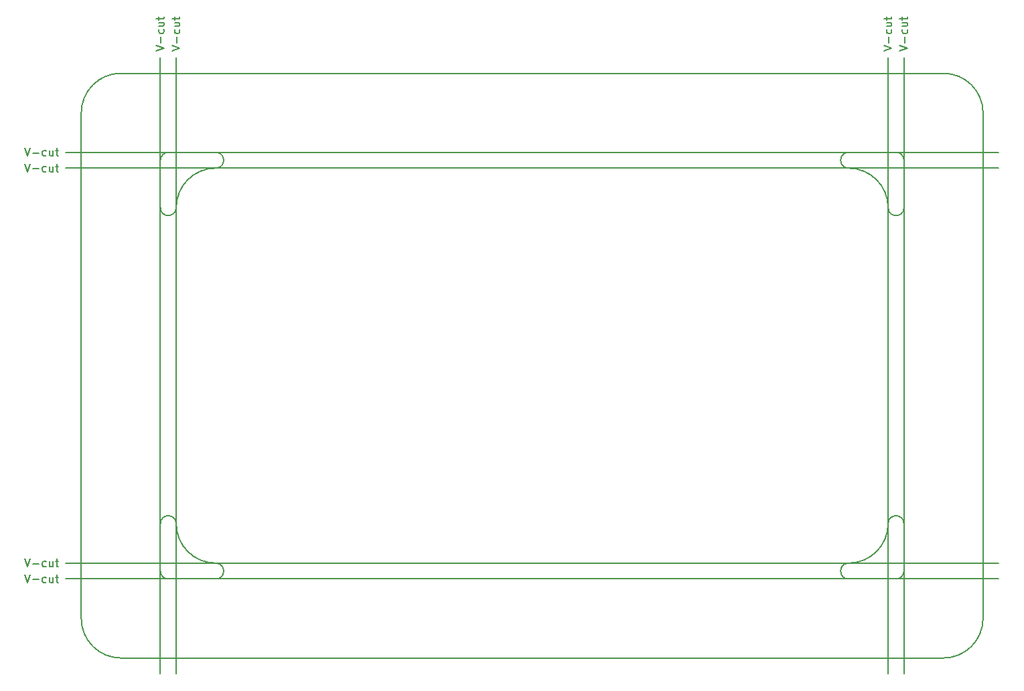
<source format=gbr>
%TF.GenerationSoftware,KiCad,Pcbnew,7.0.10*%
%TF.CreationDate,2024-07-30T22:44:23+09:00*%
%TF.ProjectId,Latch-Circuit,4c617463-682d-4436-9972-637569742e6b,rev?*%
%TF.SameCoordinates,Original*%
%TF.FileFunction,Profile,NP*%
%FSLAX46Y46*%
G04 Gerber Fmt 4.6, Leading zero omitted, Abs format (unit mm)*
G04 Created by KiCad (PCBNEW 7.0.10) date 2024-07-30 22:44:23*
%MOMM*%
%LPD*%
G01*
G04 APERTURE LIST*
%TA.AperFunction,Profile*%
%ADD10C,0.200000*%
%TD*%
%ADD11C,0.150000*%
G04 APERTURE END LIST*
D10*
X104000000Y-76000000D02*
X104000000Y2000000D01*
X102000000Y-17000000D02*
G75*
G03*
X97000000Y-12000000I-5000000J0D01*
G01*
X10000000Y-63000000D02*
G75*
G03*
X11000000Y-64000000I1000000J0D01*
G01*
X-2000000Y-10000000D02*
X116000000Y-10000000D01*
X116000000Y-12000000D02*
X-2000000Y-12000000D01*
X17000000Y-64000000D02*
G75*
G03*
X17000000Y-62000000I0J1000000D01*
G01*
X17000000Y-10000000D02*
X11000000Y-10000000D01*
X-2000000Y-64000000D02*
X116000000Y-64000000D01*
X97000000Y-62000000D02*
G75*
G03*
X102000000Y-57000000I0J5000000D01*
G01*
X103000000Y-64000000D02*
G75*
G03*
X104000000Y-63000000I0J1000000D01*
G01*
X97000000Y-10000000D02*
G75*
G03*
X97000000Y-12000000I0J-1000000D01*
G01*
X116000000Y-62000000D02*
X-2000000Y-62000000D01*
X114000000Y-5000000D02*
X114000000Y-69000000D01*
X104000000Y-63000000D02*
X104000000Y-57000000D01*
X12000000Y-57000000D02*
G75*
G03*
X17000000Y-62000000I5000000J0D01*
G01*
X102000000Y-17000000D02*
G75*
G03*
X104000000Y-17000000I1000000J0D01*
G01*
X5000000Y0D02*
G75*
G03*
X0Y-5000000I0J-5000000D01*
G01*
X97000000Y-64000000D02*
X103000000Y-64000000D01*
X109000000Y-74000000D02*
X5000000Y-74000000D01*
X10000000Y-11000000D02*
X10000000Y-17000000D01*
X104000000Y-17000000D02*
X104000000Y-11000000D01*
X0Y-69000000D02*
G75*
G03*
X5000000Y-74000000I5000000J0D01*
G01*
X11000000Y-10000000D02*
G75*
G03*
X10000000Y-11000000I0J-1000000D01*
G01*
X11000000Y-64000000D02*
X17000000Y-64000000D01*
X10000000Y-57000000D02*
X10000000Y-63000000D01*
X17000000Y-12000000D02*
G75*
G03*
X12000000Y-17000000I0J-5000000D01*
G01*
X109000000Y-74000000D02*
G75*
G03*
X114000000Y-69000000I0J5000000D01*
G01*
X102000000Y2000000D02*
X102000000Y-76000000D01*
X10000000Y-17000000D02*
G75*
G03*
X12000000Y-17000000I1000000J0D01*
G01*
X104000000Y-57000000D02*
G75*
G03*
X102000000Y-57000000I-1000000J0D01*
G01*
X5000000Y0D02*
X109000000Y0D01*
X97000000Y-62000000D02*
G75*
G03*
X97000000Y-64000000I0J-1000000D01*
G01*
X0Y-69000000D02*
X0Y-5000000D01*
X104000000Y-11000000D02*
G75*
G03*
X103000000Y-10000000I-1000000J0D01*
G01*
X12000000Y2000000D02*
X12000000Y-76000000D01*
X114000000Y-5000000D02*
G75*
G03*
X109000000Y0I-5000000J0D01*
G01*
X12000000Y-57000000D02*
G75*
G03*
X10000000Y-57000000I-1000000J0D01*
G01*
X17000000Y-12000000D02*
G75*
G03*
X17000000Y-10000000I0J1000000D01*
G01*
X103000000Y-10000000D02*
X97000000Y-10000000D01*
X10000000Y-76000000D02*
X10000000Y2000000D01*
D11*
X103454819Y2880952D02*
X104454819Y3214285D01*
X104454819Y3214285D02*
X103454819Y3547618D01*
X104073866Y3880952D02*
X104073866Y4642857D01*
X104407200Y5547618D02*
X104454819Y5452380D01*
X104454819Y5452380D02*
X104454819Y5261904D01*
X104454819Y5261904D02*
X104407200Y5166666D01*
X104407200Y5166666D02*
X104359580Y5119047D01*
X104359580Y5119047D02*
X104264342Y5071428D01*
X104264342Y5071428D02*
X103978628Y5071428D01*
X103978628Y5071428D02*
X103883390Y5119047D01*
X103883390Y5119047D02*
X103835771Y5166666D01*
X103835771Y5166666D02*
X103788152Y5261904D01*
X103788152Y5261904D02*
X103788152Y5452380D01*
X103788152Y5452380D02*
X103835771Y5547618D01*
X103788152Y6404761D02*
X104454819Y6404761D01*
X103788152Y5976190D02*
X104311961Y5976190D01*
X104311961Y5976190D02*
X104407200Y6023809D01*
X104407200Y6023809D02*
X104454819Y6119047D01*
X104454819Y6119047D02*
X104454819Y6261904D01*
X104454819Y6261904D02*
X104407200Y6357142D01*
X104407200Y6357142D02*
X104359580Y6404761D01*
X103788152Y6738095D02*
X103788152Y7119047D01*
X103454819Y6880952D02*
X104311961Y6880952D01*
X104311961Y6880952D02*
X104407200Y6928571D01*
X104407200Y6928571D02*
X104454819Y7023809D01*
X104454819Y7023809D02*
X104454819Y7119047D01*
X-7119047Y-9454819D02*
X-6785714Y-10454819D01*
X-6785714Y-10454819D02*
X-6452381Y-9454819D01*
X-6119047Y-10073866D02*
X-5357143Y-10073866D01*
X-4452381Y-10407200D02*
X-4547619Y-10454819D01*
X-4547619Y-10454819D02*
X-4738095Y-10454819D01*
X-4738095Y-10454819D02*
X-4833333Y-10407200D01*
X-4833333Y-10407200D02*
X-4880952Y-10359580D01*
X-4880952Y-10359580D02*
X-4928571Y-10264342D01*
X-4928571Y-10264342D02*
X-4928571Y-9978628D01*
X-4928571Y-9978628D02*
X-4880952Y-9883390D01*
X-4880952Y-9883390D02*
X-4833333Y-9835771D01*
X-4833333Y-9835771D02*
X-4738095Y-9788152D01*
X-4738095Y-9788152D02*
X-4547619Y-9788152D01*
X-4547619Y-9788152D02*
X-4452381Y-9835771D01*
X-3595238Y-9788152D02*
X-3595238Y-10454819D01*
X-4023809Y-9788152D02*
X-4023809Y-10311961D01*
X-4023809Y-10311961D02*
X-3976190Y-10407200D01*
X-3976190Y-10407200D02*
X-3880952Y-10454819D01*
X-3880952Y-10454819D02*
X-3738095Y-10454819D01*
X-3738095Y-10454819D02*
X-3642857Y-10407200D01*
X-3642857Y-10407200D02*
X-3595238Y-10359580D01*
X-3261904Y-9788152D02*
X-2880952Y-9788152D01*
X-3119047Y-9454819D02*
X-3119047Y-10311961D01*
X-3119047Y-10311961D02*
X-3071428Y-10407200D01*
X-3071428Y-10407200D02*
X-2976190Y-10454819D01*
X-2976190Y-10454819D02*
X-2880952Y-10454819D01*
X11454819Y2880952D02*
X12454819Y3214285D01*
X12454819Y3214285D02*
X11454819Y3547618D01*
X12073866Y3880952D02*
X12073866Y4642857D01*
X12407200Y5547618D02*
X12454819Y5452380D01*
X12454819Y5452380D02*
X12454819Y5261904D01*
X12454819Y5261904D02*
X12407200Y5166666D01*
X12407200Y5166666D02*
X12359580Y5119047D01*
X12359580Y5119047D02*
X12264342Y5071428D01*
X12264342Y5071428D02*
X11978628Y5071428D01*
X11978628Y5071428D02*
X11883390Y5119047D01*
X11883390Y5119047D02*
X11835771Y5166666D01*
X11835771Y5166666D02*
X11788152Y5261904D01*
X11788152Y5261904D02*
X11788152Y5452380D01*
X11788152Y5452380D02*
X11835771Y5547618D01*
X11788152Y6404761D02*
X12454819Y6404761D01*
X11788152Y5976190D02*
X12311961Y5976190D01*
X12311961Y5976190D02*
X12407200Y6023809D01*
X12407200Y6023809D02*
X12454819Y6119047D01*
X12454819Y6119047D02*
X12454819Y6261904D01*
X12454819Y6261904D02*
X12407200Y6357142D01*
X12407200Y6357142D02*
X12359580Y6404761D01*
X11788152Y6738095D02*
X11788152Y7119047D01*
X11454819Y6880952D02*
X12311961Y6880952D01*
X12311961Y6880952D02*
X12407200Y6928571D01*
X12407200Y6928571D02*
X12454819Y7023809D01*
X12454819Y7023809D02*
X12454819Y7119047D01*
X-7119047Y-61454819D02*
X-6785714Y-62454819D01*
X-6785714Y-62454819D02*
X-6452381Y-61454819D01*
X-6119047Y-62073866D02*
X-5357143Y-62073866D01*
X-4452381Y-62407200D02*
X-4547619Y-62454819D01*
X-4547619Y-62454819D02*
X-4738095Y-62454819D01*
X-4738095Y-62454819D02*
X-4833333Y-62407200D01*
X-4833333Y-62407200D02*
X-4880952Y-62359580D01*
X-4880952Y-62359580D02*
X-4928571Y-62264342D01*
X-4928571Y-62264342D02*
X-4928571Y-61978628D01*
X-4928571Y-61978628D02*
X-4880952Y-61883390D01*
X-4880952Y-61883390D02*
X-4833333Y-61835771D01*
X-4833333Y-61835771D02*
X-4738095Y-61788152D01*
X-4738095Y-61788152D02*
X-4547619Y-61788152D01*
X-4547619Y-61788152D02*
X-4452381Y-61835771D01*
X-3595238Y-61788152D02*
X-3595238Y-62454819D01*
X-4023809Y-61788152D02*
X-4023809Y-62311961D01*
X-4023809Y-62311961D02*
X-3976190Y-62407200D01*
X-3976190Y-62407200D02*
X-3880952Y-62454819D01*
X-3880952Y-62454819D02*
X-3738095Y-62454819D01*
X-3738095Y-62454819D02*
X-3642857Y-62407200D01*
X-3642857Y-62407200D02*
X-3595238Y-62359580D01*
X-3261904Y-61788152D02*
X-2880952Y-61788152D01*
X-3119047Y-61454819D02*
X-3119047Y-62311961D01*
X-3119047Y-62311961D02*
X-3071428Y-62407200D01*
X-3071428Y-62407200D02*
X-2976190Y-62454819D01*
X-2976190Y-62454819D02*
X-2880952Y-62454819D01*
X101454819Y2880952D02*
X102454819Y3214285D01*
X102454819Y3214285D02*
X101454819Y3547618D01*
X102073866Y3880952D02*
X102073866Y4642857D01*
X102407200Y5547618D02*
X102454819Y5452380D01*
X102454819Y5452380D02*
X102454819Y5261904D01*
X102454819Y5261904D02*
X102407200Y5166666D01*
X102407200Y5166666D02*
X102359580Y5119047D01*
X102359580Y5119047D02*
X102264342Y5071428D01*
X102264342Y5071428D02*
X101978628Y5071428D01*
X101978628Y5071428D02*
X101883390Y5119047D01*
X101883390Y5119047D02*
X101835771Y5166666D01*
X101835771Y5166666D02*
X101788152Y5261904D01*
X101788152Y5261904D02*
X101788152Y5452380D01*
X101788152Y5452380D02*
X101835771Y5547618D01*
X101788152Y6404761D02*
X102454819Y6404761D01*
X101788152Y5976190D02*
X102311961Y5976190D01*
X102311961Y5976190D02*
X102407200Y6023809D01*
X102407200Y6023809D02*
X102454819Y6119047D01*
X102454819Y6119047D02*
X102454819Y6261904D01*
X102454819Y6261904D02*
X102407200Y6357142D01*
X102407200Y6357142D02*
X102359580Y6404761D01*
X101788152Y6738095D02*
X101788152Y7119047D01*
X101454819Y6880952D02*
X102311961Y6880952D01*
X102311961Y6880952D02*
X102407200Y6928571D01*
X102407200Y6928571D02*
X102454819Y7023809D01*
X102454819Y7023809D02*
X102454819Y7119047D01*
X-7119047Y-63454819D02*
X-6785714Y-64454819D01*
X-6785714Y-64454819D02*
X-6452381Y-63454819D01*
X-6119047Y-64073866D02*
X-5357143Y-64073866D01*
X-4452381Y-64407200D02*
X-4547619Y-64454819D01*
X-4547619Y-64454819D02*
X-4738095Y-64454819D01*
X-4738095Y-64454819D02*
X-4833333Y-64407200D01*
X-4833333Y-64407200D02*
X-4880952Y-64359580D01*
X-4880952Y-64359580D02*
X-4928571Y-64264342D01*
X-4928571Y-64264342D02*
X-4928571Y-63978628D01*
X-4928571Y-63978628D02*
X-4880952Y-63883390D01*
X-4880952Y-63883390D02*
X-4833333Y-63835771D01*
X-4833333Y-63835771D02*
X-4738095Y-63788152D01*
X-4738095Y-63788152D02*
X-4547619Y-63788152D01*
X-4547619Y-63788152D02*
X-4452381Y-63835771D01*
X-3595238Y-63788152D02*
X-3595238Y-64454819D01*
X-4023809Y-63788152D02*
X-4023809Y-64311961D01*
X-4023809Y-64311961D02*
X-3976190Y-64407200D01*
X-3976190Y-64407200D02*
X-3880952Y-64454819D01*
X-3880952Y-64454819D02*
X-3738095Y-64454819D01*
X-3738095Y-64454819D02*
X-3642857Y-64407200D01*
X-3642857Y-64407200D02*
X-3595238Y-64359580D01*
X-3261904Y-63788152D02*
X-2880952Y-63788152D01*
X-3119047Y-63454819D02*
X-3119047Y-64311961D01*
X-3119047Y-64311961D02*
X-3071428Y-64407200D01*
X-3071428Y-64407200D02*
X-2976190Y-64454819D01*
X-2976190Y-64454819D02*
X-2880952Y-64454819D01*
X-7119047Y-11454819D02*
X-6785714Y-12454819D01*
X-6785714Y-12454819D02*
X-6452381Y-11454819D01*
X-6119047Y-12073866D02*
X-5357143Y-12073866D01*
X-4452381Y-12407200D02*
X-4547619Y-12454819D01*
X-4547619Y-12454819D02*
X-4738095Y-12454819D01*
X-4738095Y-12454819D02*
X-4833333Y-12407200D01*
X-4833333Y-12407200D02*
X-4880952Y-12359580D01*
X-4880952Y-12359580D02*
X-4928571Y-12264342D01*
X-4928571Y-12264342D02*
X-4928571Y-11978628D01*
X-4928571Y-11978628D02*
X-4880952Y-11883390D01*
X-4880952Y-11883390D02*
X-4833333Y-11835771D01*
X-4833333Y-11835771D02*
X-4738095Y-11788152D01*
X-4738095Y-11788152D02*
X-4547619Y-11788152D01*
X-4547619Y-11788152D02*
X-4452381Y-11835771D01*
X-3595238Y-11788152D02*
X-3595238Y-12454819D01*
X-4023809Y-11788152D02*
X-4023809Y-12311961D01*
X-4023809Y-12311961D02*
X-3976190Y-12407200D01*
X-3976190Y-12407200D02*
X-3880952Y-12454819D01*
X-3880952Y-12454819D02*
X-3738095Y-12454819D01*
X-3738095Y-12454819D02*
X-3642857Y-12407200D01*
X-3642857Y-12407200D02*
X-3595238Y-12359580D01*
X-3261904Y-11788152D02*
X-2880952Y-11788152D01*
X-3119047Y-11454819D02*
X-3119047Y-12311961D01*
X-3119047Y-12311961D02*
X-3071428Y-12407200D01*
X-3071428Y-12407200D02*
X-2976190Y-12454819D01*
X-2976190Y-12454819D02*
X-2880952Y-12454819D01*
X9454819Y2880952D02*
X10454819Y3214285D01*
X10454819Y3214285D02*
X9454819Y3547618D01*
X10073866Y3880952D02*
X10073866Y4642857D01*
X10407200Y5547618D02*
X10454819Y5452380D01*
X10454819Y5452380D02*
X10454819Y5261904D01*
X10454819Y5261904D02*
X10407200Y5166666D01*
X10407200Y5166666D02*
X10359580Y5119047D01*
X10359580Y5119047D02*
X10264342Y5071428D01*
X10264342Y5071428D02*
X9978628Y5071428D01*
X9978628Y5071428D02*
X9883390Y5119047D01*
X9883390Y5119047D02*
X9835771Y5166666D01*
X9835771Y5166666D02*
X9788152Y5261904D01*
X9788152Y5261904D02*
X9788152Y5452380D01*
X9788152Y5452380D02*
X9835771Y5547618D01*
X9788152Y6404761D02*
X10454819Y6404761D01*
X9788152Y5976190D02*
X10311961Y5976190D01*
X10311961Y5976190D02*
X10407200Y6023809D01*
X10407200Y6023809D02*
X10454819Y6119047D01*
X10454819Y6119047D02*
X10454819Y6261904D01*
X10454819Y6261904D02*
X10407200Y6357142D01*
X10407200Y6357142D02*
X10359580Y6404761D01*
X9788152Y6738095D02*
X9788152Y7119047D01*
X9454819Y6880952D02*
X10311961Y6880952D01*
X10311961Y6880952D02*
X10407200Y6928571D01*
X10407200Y6928571D02*
X10454819Y7023809D01*
X10454819Y7023809D02*
X10454819Y7119047D01*
M02*

</source>
